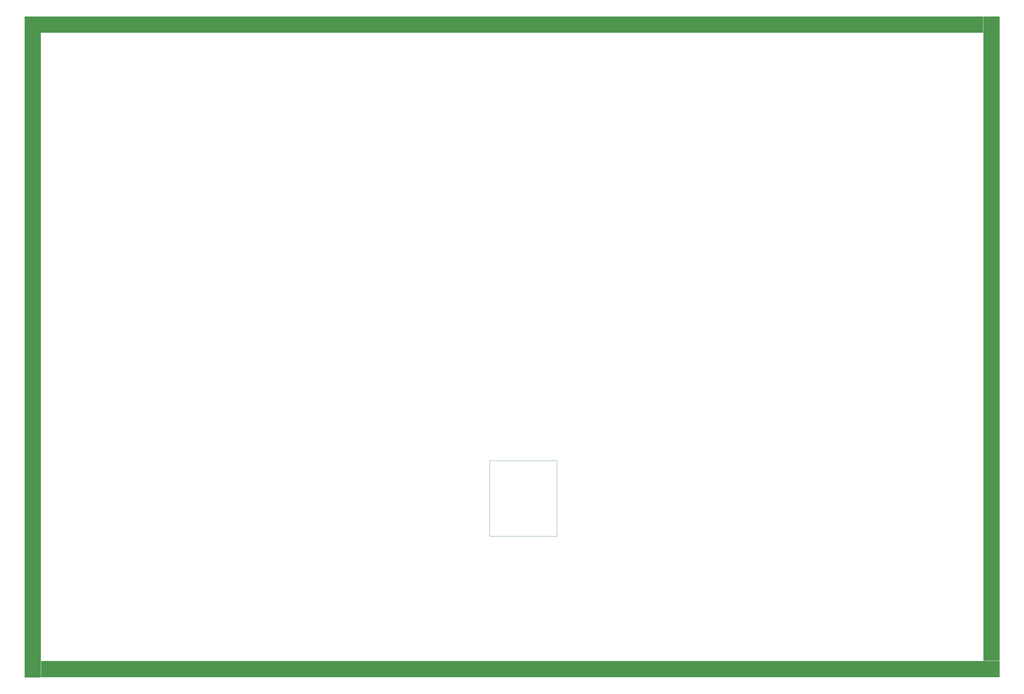
<source format=gko>
G04 Layer_Color=16711935*
%FSLAX24Y24*%
%MOIN*%
G70*
G01*
G75*
%ADD18C,0.0039*%
%ADD31R,0.1969X7.8740*%
%ADD32R,11.4173X0.1969*%
%ADD33R,0.1969X7.6772*%
%ADD34R,11.2205X0.1969*%
G54D18*
X-0Y0D02*
Y8000D01*
Y9000D01*
X8000D01*
Y0D02*
Y9000D01*
X-0Y0D02*
X8000D01*
G54D31*
X-54407Y22547D02*
D03*
G54D32*
X3663Y-15839D02*
D03*
G54D33*
X59766Y23531D02*
D03*
G54D34*
X2679Y60933D02*
D03*
M02*

</source>
